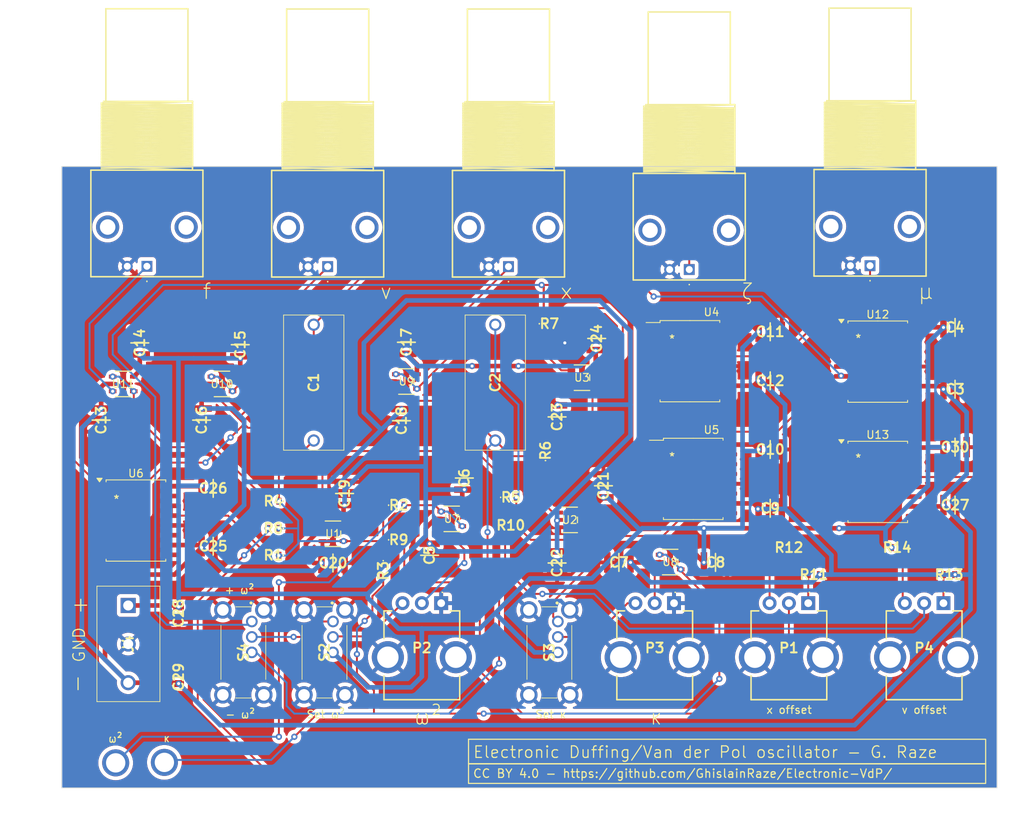
<source format=kicad_pcb>
(kicad_pcb (version 20240108) (generator "pcbnew") (generator_version "8.0")
  (title_block (title "Electronic Duffing/Van der Pol Oscillator") (date "October 2024") (rev "v 1.0") (company "University of Liège") (comment 1 "G. Raze") (comment 2 "https://github.com/GhislainRaze/Electronic-VdP/"))
  (layers (0 "F.Cu" signal) (31 "B.Cu" signal) (34 "B.Paste" user) (35 "F.Paste" user) (36 "B.SilkS" user "B.Silkscreen") (37 "F.SilkS" user "F.Silkscreen") (38 "B.Mask" user) (39 "F.Mask" user) (44 "Edge.Cuts" user))
  (net 0 "")
  (net 1 "GND")
  (net 2 "-15V")
  (net 3 "+15V")
  (net 4 "Net-(J1-SIGNAL)")
  (net 7 "Net-(J2-SIGNAL)")
  (net 10 "Net-(J3-SIGNAL)")
  (net 13 "Net-(U2--IN)")
  (net 14 "Net-(U3--IN)")
  (net 21 "Net-(J5-SIGNAL)")
  (net 30 "Net-(U1--IN)")
  (net 31 "V")
  (net 32 "x")
  (net 33 "-x")
  (net 34 "Net-(P2-WIPER)")
  (net 35 "Net-(P2-CW)")
  (net 36 "Net-(P3-WIPER)")
  (net 37 "Net-(P3-CW)")
  (net 38 "VR1")
  (net 39 "VR2")
  (net 40 "VR3")
  (net 41 "VR4")
  (net 42 "x³")
  (net 47 "Net-(J6-SIGNAL)")
  (net 48 "VR8")
  (net 49 "Net-(U12-X_{1})")
  (net 57 "x²v")
  (net 72 "xo")
  (net 73 "Net-(P1-CW)")
  (net 74 "Net-(P1-CCW)")
  (net 75 "Net-(P4-CW)")
  (net 76 "vo")
  (net 77 "Net-(P4-CCW)")
  (net 78 "Net-(S2-NC)")
  (footprint "CB027C0104JBA:CAPC3325X230N" (layer "F.Cu") (at 99.5 116.5 -90)
    (property "Reference" "C6")
    (property "Value" "CB027C0104JBA" (hide yes))
  )
  (footprint "Package_SO:SOIC-16W_7.5x10.3mm_P1.27mm" (layer "F.Cu") (at 129.12 116.61)
    (property "Reference" "U5")
    (property "Value" "MPY634KU")
  )
  (footprint "Opa210IDBV:SOT23_DBV_TEX" (layer "F.Cu") (at 113.1348 121.92)
    (property "Reference" "U2")
    (property "Value" "POPA210IDBVR")
  )
  (footprint "5442183:5442183" (layer "F.Cu") (at 56 133 -90)
    (property "Reference" "J4")
    (property "Value" "5442183" (hide yes))
  )
  (footprint "ERA-3AEB:ERA3AEB101V" (layer "F.Cu") (at 91 120.015)
    (property "Reference" "R2")
    (property "Value" "ERA-3AEB103V" (hide yes))
  )
  (footprint "ERA-3AEB:ERA3AEB101V" (layer "F.Cu") (at 110.5 96.52)
    (property "Reference" "R7")
    (property "Value" "ERA-3AEB103V" (hide yes))
  )
  (footprint "ERA-3AEB:ERA3AEB101V" (layer "F.Cu") (at 105.5 119)
    (property "Reference" "R5")
    (property "Value" "ERA-3AEB102V" (hide yes))
  )
  (footprint "ERA-3AEB:ERA3AEB101V" (layer "F.Cu") (at 74.775 119.5 180)
    (property "Reference" "R4")
    (property "Value" "ERA-3AEB104V" (hide yes))
  )
  (footprint "MFS101D-8-Z:MFS101D8Z" (layer "F.Cu") (at 72 135.075 -90)
    (property "Reference" "S4")
    (property "Value" "MFS101D-8-Z" (hide yes))
  )
  (footprint "CB027C0104JBA:CAPC3325X230N" (layer "F.Cu") (at 67 117.835 180)
    (property "Reference" "C26")
    (property "Value" "CB027C0104JBA" (hide yes))
  )
  (footprint "031-71052:03171052" (layer "F.Cu") (at 128.605 89.5)
    (property "Reference" "J5")
    (property "Value" "031-71052" (hide yes))
  )
  (footprint "031-71052:03171052" (layer "F.Cu") (at 105.21 89.12)
    (property "Reference" "J3")
    (property "Value" "031-71052" (hide yes))
  )
  (footprint "CB027C0104JBA:CAPC3325X230N" (layer "F.Cu") (at 92 98.92 -90)
    (property "Reference" "C17")
    (property "Value" "CB027C0104JBA" (hide yes))
  )
  (footprint "031-71052:03171052" (layer "F.Cu") (at 58.42 89.08)
    (property "Reference" "J1")
    (property "Value" "031-71052" (hide yes))
  )
  (footprint "LIB_RK09D113F25C0B504:RK09D113F25C0B504" (layer "F.Cu") (at 144 132.7 180)
    (property "Reference" "P1")
    (property "Value" "RK09D113F25C0B504" (hide yes))
  )
  (footprint "Opa210IDBV:SOT23_DBV_TEX" (layer "F.Cu") (at 82.5 123.715)
    (property "Reference" "U1")
    (property "Value" "POPA210IDBVR")
  )
  (footprint "CB027C0104JBA:CAPC3325X230N" (layer "F.Cu") (at 139.08 97.56 180)
    (property "Reference" "C11")
    (property "Value" "CB027C0104JBA" (hide yes))
  )
  (footprint "ERA-3AEB:ERA3AEB101V" (layer "F.Cu") (at 74.775 126.5 180)
    (property "Reference" "R1")
    (property "Value" "ERA-3AEB104V" (hide yes))
  )
  (footprint "MFS101D-8-Z:MFS101D8Z" (layer "F.Cu") (at 111.6 135.075 -90)
    (property "Reference" "S3")
    (property "Value" "MFS101D-8-Z" (hide yes))
  )
  (footprint "031-71052:03171052" (layer "F.Cu") (at 152 89)
    (property "Reference" "J6")
    (property "Value" "031-71052" (hide yes))
  )
  (footprint "ECW-FD2W105J:ECWFD2W105J" (layer "F.Cu") (at 103.505 111.64 90)
    (property "Reference" "C2")
    (property "Value" "ECW-FD2W105J" (hide yes))
  )
  (footprint "Opa210IDBV:SOT23_DBV_TEX" (layer "F.Cu") (at 55.3551 104.315)
    (property "Reference" "U11")
    (property "Value" "POPA210IDBVR")
  )
  (footprint "CB027C0104JBA:CAPC3325X230N" (layer "F.Cu") (at 163 120)
    (property "Reference" "C27")
    (property "Value" "CB027C0104JBA" (hide yes))
  )
  (footprint "Package_SO:SOIC-16W_7.5x10.3mm_P1.27mm" (layer "F.Cu") (at 153 101.425)
    (property "Reference" "U12")
    (property "Value" "MPY634KU")
  )
  (footprint "LIB_RK09D113F25C0B504:RK09D113F25C0B504" (layer "F.Cu") (at 161.5 132.7 180)
    (property "Reference" "P4")
    (property "Value" "RK09D113F25C0B504" (hide yes))
  )
  (footprint "CB027C0104JBA:CAPC3325X230N" (layer "F.Cu") (at 57.5 99 -90)
    (property "Reference" "C14")
    (property "Value" "CB027C0104JBA" (hide yes))
  )
  (footprint "CB027C0104JBA:CAPC3325X230N" (layer "F.Cu") (at 84 118.5 -90)
    (property "Reference" "C19")
    (property "Value" "CB027C0104JBA" (hide yes))
  )
  (footprint "ECW-FD2W105J:ECWFD2W105J" (layer "F.Cu") (at 80.01 96.64 -90)
    (property "Reference" "C1")
    (property "Value" "ECW-FD2W105J" (hide yes))
  )
  (footprint "Opa210IDBV:SOT23_DBV_TEX" (layer "F.Cu") (at 68.1348 104.315)
    (property "Reference" "U10")
    (property "Value" "POPA210IDBVR")
  )
  (footprint "MFS101D-8-Z:MFS101D8Z" (layer "F.Cu") (at 82.5 135.075 -90)
    (property "Reference" "S2")
    (property "Value" "MFS101D-8-Z" (hide yes))
  )
  (footprint "CB027C0104JBA:CAPC3325X230N" (layer "F.Cu") (at 119.5 127.425 180)
    (property "Reference" "C7")
    (property "Value" "CB027C0104JBA" (hide yes))
  )
  (footprint "CB027C0104JBA:CAPC3325X230N" (layer "F.Cu") (at 117.5 117.5 -90)
    (property "Reference" "C21")
    (property "Value" "CB027C0104JBA" (hide yes))
  )
  (footprint "CL21A106KQFNNNG:CAPC2012X135N" (layer "F.Cu") (at 62.525 134 90)
    (property "Reference" "C28")
    (property "Value" "CL21A106KQFNNNG" (hide yes))
  )
  (footprint "CB027C0104JBA:CAPC3325X230N" (layer "F.Cu") (at 116.6253 98.425 -90)
    (property "Reference" "C24")
    (property "Value" "CB027C0104JBA" (hide yes))
  )
  (footprint "ERA-3AEB:ERA3AEB101V" (layer "F.Cu") (at 141.5 125.5)
    (property "Reference" "R12")
    (property "Value" "ERA-3AEB104V" (hide yes))
  )
  (footprint "ERA-3AEB:ERA3AEB101V" (layer "F.Cu") (at 91 124.5)
    (property "Reference" "R9")
    (property "Value" "ERA-3AEB104V" (hide yes))
  )
  (footprint "Opa210IDBV:SOT23_DBV_TEX" (layer "F.Cu") (at 126.1348 127.375)
    (property "Reference" "U8")
    (property "Value" "POPA210IDBVR")
  )
  (footprint "Opa210IDBV:SOT23_DBV_TEX" (layer "F.Cu") (at 97.8653 121.785)
    (property "Reference" "U7")
    (property "Value" "POPA210IDBVR")
  )
  (footprint "CL21A106KQFNNNG:CAPC2012X135N" (layer "F.Cu") (at 62.525 142.295 90)
    (property "Reference" "C29")
    (property "Value" "CL21A106KQFNNNG" (hide yes))
  )
  (footprint "CB027C0104JBA:CAPC3325X230N" (layer "F.Cu") (at 111.5 127.5 -90)
    (property "Reference" "C22")
    (property "Value" "CB027C0104JBA" (hide yes))
  )
  (footprint "CB027C0104JBA:CAPC3325X230N" (layer "F.Cu") (at 163 105)
    (property "Reference" "C3")
    (property "Value" "CB027C0104JBA" (hide yes))
  )
  (footprint "CB027C0104JBA:CAPC3325X230N" (layer "F.Cu") (at 95 126.5 -90)
    (property "Reference" "C5")
    (property "Value" "CB027C0104JBA" (hide yes))
  )
  (footprint "031-71052:03171052" (layer "F.Cu") (at 81.815 89.12)
    (property "Reference" "J2")
    (property "Value" "031-71052" (hide yes))
  )
  (footprint "CB027C0104JBA:CAPC3325X230N" (layer "F.Cu") (at 67 125.335)
    (property "Reference" "C25")
    (property "Value" "CB027C0104JBA" (hide yes))
  )
  (footprint "CB027C0104JBA:CAPC3325X230N" (layer "F.Cu") (at 139.08 103.91)
    (property "Reference" "C12")
    (property "Value" "CB027C0104JBA" (hide yes))
  )
  (footprint "Package_SO:SOIC-16W_7.5x10.3mm_P1.27mm" (layer "F.Cu") (at 153 117)
    (property "Reference" "U13")
    (property "Value" "MPY634KU")
  )
  (footprint "CB027C0104JBA:CAPC3325X230N" (layer "F.Cu") (at 132 127.425 180)
    (property "Reference" "C8")
    (property "Value" "CB027C0104JBA" (hide yes))
  )
  (footprint "Package_SO:SOIC-16W_7.5x10.3mm_P1.27mm" (layer "F.Cu") (at 57 122)
    (property "Reference" "U6")
    (property "Value" "MPY634KU")
  )
  (footprint "ERA-3AEB:ERA3AEB101V" (layer "F.Cu") (at 110 112.94 90)
    (property "Reference" "R6")
    (property "Value" "ERA-3AEB103V" (hide yes))
  )
  (footprint "CB027C0104JBA:CAPC3325X230N" (layer "F.Cu") (at 52.5 109 -90)
    (property "Reference" "C13")
    (property "Value" "CB027C0104JBA" (hide yes))
  )
  (footprint "ERA-3AEB:ERA3AEB101V" (layer "F.Cu") (at 155.5 125.5 180)
    (property "Reference" "R14")
    (property "Value" "ERA-3AEB104V" (hide yes))
  )
  (footprint "ERA-3AEB:ERA3AEB101V" (layer "F.Cu") (at 144.725 129)
    (property "Reference" "R11")
    (property "Value" "ERA-3AEB104V" (hide yes))
  )
  (footprint "CB027C0104JBA:CAPC3325X230N" (layer "F.Cu") (at 82.5 127.5)
    (property "Reference" "C20")
    (property "Value" "CB027C0104JBA" (hide yes))
  )
  (footprint "CB027C0104JBA:CAPC3325X230N" (layer "F.Cu") (at 139.08 112.8 180)
    (property "Reference" "C10")
    (property "Value" "CB027C0104JBA" (hide yes))
  )
  (footprint "CB027C0104JBA:CAPC3325X230N" (layer "F.Cu") (at 139.08 120.42)
    (property "Reference" "C9")
    (property "Value" "CB027C0104JBA" (hide yes))
  )
  (footprint "ERA-3AEB:ERA3AEB101V" (layer "F.Cu") (at 162.225 129)
    (property "Reference" "R13")
    (property "Value" "ERA-3AEB104V" (hide yes))
  )
  (footprint "ERA-3AEB:ERA3AEB101V" (layer "F.Cu") (at 89 128.5 -90)
    (property "Reference" "R3")
    (property "Value" "ERA-3AEB102V" (hide yes))
  )
  (footprint "CB027C0104JBA:CAPC3325X230N" (layer "F.Cu") (at 163 97 180)
    (property "Reference" "C4")
    (property "Value" "CB027C0104JBA" (hide yes))
  )
  (footprint "CB027C0104JBA:CAPC3325X230N" (layer "F.Cu") (at 91.365 109.08 -90)
    (property "Reference" "C18")
    (property "Value" "CB027C0104JBA" (hide yes))
  )
  (footprint "CB027C0104JBA:CAPC3325X230N" (layer "F.Cu") (at 70.5 99.235 -90)
    (property "Reference" "C15")
    (property "Value" "CB027C0104JBA" (hide yes))
  )
  (footprint "ERA-3AEB:ERA3AEB101V" (layer "F.Cu") (at 74.775 123.016666 180)
    (property "Reference" "R8")
    (property "Value" "ERA-3AEB102V" (hide yes))
  )
  (footprint "ERA-3AEB:ERA3AEB101V" (layer "F.Cu") (at 105.5 122.62)
    (property "Reference" "R10")
    (property "Value" "ERA-3AEB104V" (hide yes))
  )
  (footprint "LIB_RK09D113F25C0B504:RK09D113F25C0B504" (layer "F.Cu") (at 96.5 132.7 180)
    (property "Reference" "P2")
    (property "Value" "RK09D113F25C0B504" (hide yes))
  )
  (footprint "CB027C0104JBA:CAPC3325X230N" (layer "F.Cu") (at 163 112.5 180)
    (property "Reference" "C30")
    (property "Value" "CB027C0104JBA" (hide yes))
  )
  (footprint "Opa210IDBV:SOT23_DBV_TEX" (layer "F.Cu") (at 92 104)
    (property "Reference" "U9")
    (property "Value" "POPA210IDBVR")
  )
  (footprint "LIB_RK09D113F25C0B504:RK09D113F25C0B504" (layer "F.Cu") (at 126.635 132.7 180)
    (property "Reference" "P3")
    (property "Value" "RK09D113F25C0B504" (hide yes))
  )
  (footprint "CB027C0104JBA:CAPC3325X230N" (layer "F.Cu") (at 65.5 109 -90)
    (property "Reference" "C16")
    (property "Value" "CB027C0104JBA" (hide yes))
  )
  (footprint "Package_SO:SOIC-16W_7.5x10.3mm_P1.27mm" (layer "F.Cu") (at 128.69 101.37)
    (property "Reference" "U4")
    (property "Value" "MPY634KU")
  )
  (footprint "Opa210IDBV:SOT23_DBV_TEX" (layer "F.Cu") (at 114.7203 103.505)
    (property "Reference" "U3")
    (property "Value" "POPA210IDBVR")
  )
  (footprint "CB027C0104JBA:CAPC3325X230N" (layer "F.Cu") (at 111.5 108.585 -90)
    (property "Reference" "C23")
    (property "Value" "CB027C0104JBA" (hide yes))
  )
  (gr_rect (start 100.04 150.325) (end 166.96 153.5) (stroke (width 0.15)) (fill none) (layer "F.SilkS"))
  (gr_rect (start 100.04 153.5) (end 166.96 156.04) (stroke (width 0.15)) (fill none) (layer "F.SilkS"))
  (gr_rect (start 47.41 76.16) (end 168.43 156.615) (stroke (width 0.1)) (fill none) (layer "Edge.Cuts"))
  (gr_text "ω²" (at 53.350238 150.8375 0) (layer "F.SilkS") (effects (font (size 1 1)) (justify left bottom)))
  (gr_text "µ" (at 158.113572 93.5 0) (layer "F.SilkS") (effects (font (size 2 2)) (justify left bottom)))
  (gr_text "CC BY 4.0 - https://github.com/GhislainRaze/Electronic-VdP/" (at 100.548 155.405 0) (layer "F.SilkS") (effects (font (size 1.1 1.1)) (justify left bottom)))
  (gr_text "κ" (at 60.470238 150.7775 0) (layer "F.SilkS") (effects (font (size 1 1)) (justify left bottom)))
  (gr_text "*" (at 150 114.5 0) (layer "F.SilkS") (effects (font (size 1 1)) (justify left bottom)))
  (gr_text "x offset" (at 138.5 147.1 0) (layer "F.SilkS") (effects (font (size 1 1)) (justify left bottom)))
  (gr_text "- ω²" (at 68.5 147.7 0) (layer "F.SilkS") (effects (font (size 1 1)) (justify left bottom)))
  (gr_text "Electronic Duffing/Van der Pol oscillator - G. Raze" (at 100.548 152.865 0) (layer "F.SilkS") (effects (font (size 1.5 1.5)) (justify left bottom)))
  (gr_text "*" (at 150 99 0) (layer "F.SilkS") (effects (font (size 1 1)) (justify left bottom)))
  (gr_text "GND" (at 50.525 140.475 90) (layer "F.SilkS") (effects (font (size 1.5 1.5)) (justify left bottom)))
  (gr_text "ω²" (at 92.9 148.6 0) (layer "F.SilkS") (effects (font (size 2 2)) (justify left bottom)))
  (gr_text "Set ω²" (at 79 147.7 0) (layer "F.SilkS") (effects (font (size 1 1)) (justify left bottom)))
  (gr_text "+" (at 48.525 133.975 0) (layer "F.SilkS") (effects (font (size 2 2)) (justify left bottom)))
  (gr_text "ζ" (at 135.099524 93.5 0) (layer "F.SilkS") (effects (font (size 2 2)) (justify left bottom)))
  (gr_text "f" (at 65.527143 93.5 0) (layer "F.SilkS") (effects (font (size 2 2)) (justify left bottom)))
  (gr_text "+ ω²" (at 68.4 131.6 0) (layer "F.SilkS") (effects (font (size 1 1)) (justify left bottom)))
  (gr_text "κ" (at 123.4 148.6 0) (layer "F.SilkS") (effects (font (size 2 2)) (justify left bottom)))
  (gr_text "*" (at 125.896 99.084 0) (layer "F.SilkS") (effects (font (size 1 1)) (justify left bottom)))
  (gr_text "v offset" (at 156 147.1 0) (layer "F.SilkS") (effects (font (size 1 1)) (justify left bottom)))
  (gr_text "-" (at 50.525 144.475 90) (layer "F.SilkS") (effects (font (size 2 2)) (justify left bottom)))
  (gr_text "Set κ" (at 108.6 147.7 0) (layer "F.SilkS") (effects (font (size 1 1)) (justify left bottom)))
  (gr_text "v" (at 88.5 93.5 0) (layer "F.SilkS") (effects (font (size 2 2)) (justify left bottom)))
  (gr_text "x" (at 111.799762 93.5 0) (layer "F.SilkS") (effects (font (size 2 2)) (justify left bottom)))
  (gr_text "*" (at 125.896 114.324 0) (layer "F.SilkS") (effects (font (size 1 1)) (justify left bottom)))
  (gr_text "*" (at 54 119.835 0) (layer "F.SilkS") (effects (font (size 1 1)) (justify left bottom)))
  (via (at 112.5 99) (size 0.8) (drill 0.4) (layers "F.Cu" "B.Cu") (net 1))
  (segment (start 52.9009 104.315) (end 52.5 104.7159) (width 0.6) (layer "F.Cu") (net 2))
  (segment (start 79 126.5) (end 80 127.5) (width 0.6) (layer "F.Cu") (net 2))
  (segment (start 53 140) (end 56 143) (width 0.6) (layer "F.Cu") (net 2))
  (segment (start 62.525 143.115) (end 62.765 143.115) (width 0.6) (layer "F.Cu") (net 2))
  (segment (start 53 131.5) (end 53 140) (width 0.6) (layer "F.Cu") (net 2))
  (segment (start 121 127.425) (end 124.71955 127.425) (width 0.6) (layer "F.Cu") (net 2))
  (segment (start 161.1 104.6) (end 161.5 105) (width 0.6) (layer "F.Cu") (net 2))
  (segment (start 136.945 104.545) (end 137.58 103.91) (width 0.6) (layer "F.Cu") (net 2))
  (segment (start 56 143) (end 62.41 143) (width 0.6) (layer "F.Cu") (net 2))
  (segment (start 65.6806 104.315) (end 66.76955 104.315) (width 0.6) (layer "F.Cu") (net 2))
  (segment (start 95 125) (end 94.5 124.5) (width 0.6) (layer "F.Cu") (net 2))
  (segment (start 133.77 119.785) (end 136.945 119.785) (width 0.6) (layer "F.Cu") (net 2))
  (segment (start 94.5 123) (end 95.715 121.785) (width 0.6) (layer "F.Cu") (net 2))
  (segment (start 136.945 119.785) (end 137.58 120.42) (width 0.6) (layer "F.Cu") (net 2))
  (segment (start 112.2661 103.505) (end 111 104.7711) (width 0.6) (layer "F.Cu") (net 2))
  (segment (start 61.65 125.175) (end 65.34 125.175) (width 0.6) (layer "F.Cu") (net 2))
  (segment (start 88.5 104.5) (end 88.5 106.5) (width 0.6) (layer "F.Cu") (net 2))
  (segment (start 81.13475 123.715) (end 80.285 123.715) (width 0.6) (layer "F.Cu") (net 2))
  (segment (start 161.325 120.175) (end 161.5 120) (width 0.6) (layer "F.Cu") (net 2))
  (segment (start 79 125) (end 79 126.5) (width 0.6) (layer "F.Cu") (net 2))
  (segment (start 95.715 121.785) (end 96.50005 121.785) (width 0.6) (layer "F.Cu") (net 2))
  (segment (start 65.5 104.4956) (end 65.6806 104.315) (width 0.6) (layer "F.Cu") (net 2))
  (segment (start 89.58 107.58) (end 91.365 107.58) (width 0.6) (layer "F.Cu") (net 2))
  (segment (start 62 129) (end 55.5 129) (width 0.6) (layer "F.Cu") (net 2))
  (segment (start 65.5 125.5) (end 62 129) (width 0.6) (layer "F.Cu") (net 2))
  (segment (start 110.5 126) (end 111.5 126) (width 0.6) (layer "F.Cu") (net 2))
  (segment (start 80 127.5) (end 81 127.5) (width 0.6) (layer "F.Cu") (net 2))
  (segment (start 89 104) (end 88.5 104.5) (width 0.6) (layer "F.Cu") (net 2))
  (segment (start 157.65 120.175) (end 161.325 120.175) (width 0.6) (layer "F.Cu") (net 2))
  (segment (start 111 104.7711) (end 111 106.585) (width 0.6) (layer "F.Cu") (net 2))
  (segment (start 65.34 125.175) (end 65.5 125.335) (width 0.6) (layer "F.Cu") (net 2))
  (segment (start 80.285 123.715) (end 79 125) (width 0.6) (layer "F.Cu") (net 2))
  (segment (start 62.41 143) (end 62.525 143.115) (width 0.6) (layer "F.Cu") (net 2))
  (segment (start 52.5 104.7159) (end 52.5 107.5) (width 0.6) (layer "F.Cu") (net 2))
  (segment (start 94.5 124.5) (end 94.5 123) (width 0.6) (layer "F.Cu") (net 2))
  (segment (start 90.63475 104) (end 89 104) (width 0.6) (layer "F.Cu") (net 2))
  (segment (start 124.71955 127.425) (end 124.76955 127.375) (width 0.6) (layer "F.Cu") (net 2))
  (segment (start 88.5 106.5) (end 89.58 107.58) (width 0.6) (layer "F.Cu") (net 2))
  (segment (start 55.5 129) (end 53 131.5) (width 0.6) (layer "F.Cu") (net 2))
  (segment (start 157.65 104.6) (end 161.1 104.6) (width 0.6) (layer "F.Cu") (net 2))
  (segment (start 113.35505 103.505) (end 112.2661 103.505) (width 0.6) (layer "F.Cu") (net 2))
  (segment (start 133.34 104.545) (end 136.945 104.545) (width 0.6) (layer "F.Cu") (net 2))
  (segment (start 65.5 107.5) (end 65.5 104.4956) (width 0.6) (layer "F.Cu") (net 2))
  (segment (start 65.5 125.5) (end 65.5 125.335) (width 0.6) (layer "F.Cu") (net 2))
  (segment (start 53.98985 104.315) (end 52.9009 104.315) (width 0.6) (layer "F.Cu") (net 2))
  (segment (start 62.765 143.115) (end 62.88 143) (width 0.6) (layer "F.Cu") (net 2))
  (segment (start 111 106.585) (end 111.5 107.085) (width 0.6) (layer "F.Cu") (net 2))
  (via (at 137.5 120.5) (size 0.8) (drill 0.4) (layers "F.Cu" "B.Cu") (net 2))
  (via (at 81 127.5) (size 0.8) (drill 0.4) (layers "F.Cu" "B.Cu") (net 2))
  (via (at 163 129) (size 0.8) (drill 0.4) (layers "F.Cu" "B.Cu") (net 2))
  (via (at 121 127.425) (size 0.8) (drill 0.4) (layers "F.Cu" "B.Cu") (net 2))
  (via (at 111.5 126) (size 0.8) (drill 0.4) (layers "F.Cu" "B.Cu") (net 2))
  (via (at 111.5497 107) (size 0.8) (drill 0.4) (layers "F.Cu" "B.Cu") (net 2))
  (via (at 137.58 103.91) (size 0.8) (drill 0.4) (layers "F.Cu" "B.Cu") (net 2))
  (via (at 65.5 125.5) (size 0.8) (drill 0.4) (layers "F.Cu" "B.Cu") (net 2))
  (via (at 161.5 120) (size 0.8) (drill 0.4) (layers "F.Cu" "B.Cu") (net 2))
  (via (at 91.365 107.58) (size 0.8) (drill 0.4) (layers "F.Cu" "B.Cu") (net 2))
  (via (at 52.5 107.5) (size 0.8) (drill 0.4) (layers "F.Cu" "B.Cu") (net 2))
  (via (at 95 125) (size 0.8) (drill 0.4) (layers "F.Cu" "B.Cu") (net 2))
  (via (at 161.5 105) (size 0.8) (drill 0.4) (layers "F.Cu" "B.Cu") (net 2))
  (via (at 65.5 107.5) (size 0.8) (drill 0.4) (layers "F.Cu" "B.Cu") (net 2))
  (via (at 111.5 122) (size 0.8) (drill 0.4) (layers "F.Cu" "B.Cu") (net 2))
  (via (at 145.5 129) (size 0.8) (drill 0.4) (layers "F.Cu" "B.Cu") (net 2))
  (via (at 62.525 143.115) (size 0.8) (drill 0.4) (layers "F.Cu" "B.Cu") (net 2))
  (segment (start 161.5 119) (end 164.5 116) (width 0.6) (layer "B.Cu") (net 2))
  (segment (start 68.5 128.5) (end 80 128.5) (width 0.6) (layer "B.Cu") (net 2))
  (segment (start 111.5 120.5) (end 111.5 122) (width 0.6) (layer "B.Cu") (net 2))
  (segment (start 121 97.5) (end 121 107) (width 0.6) (layer "B.Cu") (net 2))
  (segment (start 92 93.5) (end 117 93.5) (width 0.6) (layer "B.Cu") (net 2))
  (segment (start 73.91 148.5) (end 150 148.5) (width 0.6) (layer "B.Cu") (net 2))
  (segment (start 65.5 125.5) (end 68.5 128.5) (width 0.6) (layer "B.Cu") (net 2))
  (segment (start 65.5 125.5) (end 70 121) (width 0.6) (layer "B.Cu") (net 2))
  (segment (start 165 133.5) (end 165 129) (width 0.6) (layer "B.Cu") (net 2))
  (segment (start 50 137) (end 50 110) (width 0.6) (layer "B.Cu") (net 2))
  (segment (start 111.5 122) (end 111.5 126) (width 0.6) (layer "B.Cu") (net 2))
  (segment (start 88.75 110.25) (end 86.5 108) (width 0.6) (layer "B.Cu") (net 2))
  (segment (start 147 129) (end 147 126.5) (width 0.6) (layer "B.Cu") (net 2))
  (segment (start 164.5 108) (end 161.5 105) (width 0.6) (layer "B.Cu") (net 2))
  (segment (start 82 117) (end 88.75 110.25) (width 0.6) (layer "B.Cu") (net 2))
  (segment (start 137.91 103.91) (end 141 107) (width 0.6) (layer "B.Cu") (net 2))
  (segment (start 71 117) (end 82 117) (width 0.6) (layer "B.Cu") (net 2))
  (segment (start 71 115) (end 71 117) (width 0.6) (layer "B.Cu") (net 2))
  (segment (start 165 123.5) (end 161.5 120) (width 0.6) (layer "B.Cu") (net 2))
  (segment (start 117 93.5) (end 121 97.5) (width 0.6) (layer "B.Cu") (net 2))
  (segment (start 121 107) (end 121 111) (width 0.6) (layer "B.Cu") (net 2))
  (segment (start 70 121) (end 71 120) (width 0.6) (layer "B.Cu") (net 2))
  (segment (start 137.58 103.91) (end 137.58 103.58) (width 0.6) (layer "B.Cu") (net 2))
  (segment (start 86.5 99) (end 92 93.5) (width 0.6) (layer "B.Cu") (net 2))
  (segment (start 164.5 116) (end 164.5 108) (width 0.6) (layer "B.Cu") (net 2))
  (segment (start 161.5 120) (end 161.5 119) (width 0.6) (layer "B.Cu") (net 2))
  (segment (start 137.58 103.91) (end 137.91 103.91) (width 0.6) (layer "B.Cu") (net 2))
  (segment (start 95 125) (end 96 126) (width 0.6) (layer "B.Cu") (net 2))
  (segment (start 80 128.5) (end 81 127.5) (width 0.6) (layer "B.Cu") (net 2))
  (segment (start 88.75 110.25) (end 91.365 107.635) (width 0.6) (layer "B.Cu") (net 2))
  (segment (start 147 126.5) (end 141 120.5) (width 0.6) (layer "B.Cu") (net 2))
  (segment (start 141 107) (end 141 120.5) (width 0.6) (layer "B.Cu") (net 2))
  (segment (start 71 109) (end 69.5 107.5) (width 0.6) (layer "B.Cu") (net 2))
  (segment (start 69.5 107.5) (end 65.5 107.5) (width 0.6) (layer "B.Cu") (net 2))
  (segment (start 56 143) (end 50 137) (width 0.6) (layer "B.Cu") (net 2))
  (segment (start 150 148.5) (end 165 133.5) (width 0.6) (layer "B.Cu") (net 2))
  (segment (start 121 111) (end 111.5 120.5) (width 0.6) (layer "B.Cu") (net 2))
  (segment (start 96 126) (end 106 126) (width 0.6) (layer "B.Cu") (net 2))
  (segment (start 62.525 143.115) (end 67.91 148.5) (width 0.6) (layer "B.Cu") (net 2))
  (segment (start 165 129) (end 145.5 129) (width 0.6) (layer "B.Cu") (net 2))
  (segment (start 123.575 130) (end 144.5 130) (width 0.6) (layer "B.Cu") (net 2))
  (segment (start 71 120) (end 71 115) (width 0.6) (layer "B.Cu") (net 2))
  (segment (start 91.365 107.635) (end 91.365 107.58) (width 0.6) (layer "B.Cu") (net 2))
  (segment (start 137.58 103.58) (end 137.5 103.5) (width 0.6) (layer "B.Cu") (net 2))
  (segment (start 121 107) (end 111.5497 107) (width 0.6) (layer "B.Cu") (net 2))
  (segment (start 141 120.5) (end 137.5 120.5) (width 0.6) (layer "B.Cu") (net 2))
  (segment (start 50 110) (end 52.5 107.5) (width 0.6) (layer "B.Cu") (net 2))
  (segment (start 71 115) (end 71 109) (width 0.6) (layer "B.Cu") (net 2))
  (segment (start 86.5 108) (end 86.5 99) (width 0.6) (layer "B.Cu") (net 2))
  (segment (start 144.5 130) (end 145.5 129) (width 0.6) (layer "B.Cu") (net 2))
  (segment (start 165 129) (end 165 123.5) (width 0.6) (layer "B.Cu") (net 2))
  (segment (start 121 127.425) (end 123.575 130) (width 0.6) (layer "B.Cu") (net 2))
  (segment (start 106 126) (end 111.5 120.5) (width 0.6) (layer "B.Cu") (net 2))
  (segment (start 67.91 148.5) (end 73.91 148.5) (width 0.6) (layer "B.Cu") (net 2))
  (segment (start 129.499999 126.424999) (end 127.50005 126.424999) (width 0.6) (layer "F.Cu") (net 3))
  (segment (start 83.86525 122.764999) (end 83.86525 120.13475) (width 0.6) (layer "F.Cu") (net 3))
  (segment (start 161.445 112.555) (end 161.5 112.5) (width 0.6) (layer "F.Cu") (net 3))
  (segment (start 133.77 112.165) (end 136.945 112.165) (width 0.6) (layer "F.Cu") (net 3))
  (segment (start 157.65 112.555) (end 161.445 112.555) (width 0.6) (layer "F.Cu") (net 3))
  (segment (start 83.86525 120.13475) (end 84 120) (width 0.6) (layer "F.Cu") (net 3))
  (segment (start 99.23055 120.834999) (end 99.23055 118.26945) (width 0.6) (layer "F.Cu") (net 3))
  (segment (start 56 133) (end 62.345 133) (width 0.6) (layer "F.Cu") (net 3))
  (segment (start 142.5 123) (end 148 123) (width 0.6) (layer "F.Cu") (net 3))
  (segment (start 130.5 123) (end 142.5 123) (width 0.6) (layer "F.Cu") (net 3))
  (segment (start 65.445 117.555) (end 65.5 117.5) (width 0.6) (layer "F.Cu") (net 3))
  (segment (start 114.50005 120.969999) (end 115.530001 120.969999) (width 0.6) (layer "F.Cu") (net 3))
  (segment (start 161.48 96.98) (end 161.5 97) (width 0.6) (layer "F.Cu") (net 3))
  (segment (start 116.5 102.140549) (end 116.08555 102.554999) (width 0.6) (layer "F.Cu") (net 3))
  (segment (start 57.5 100.5) (end 57.5 102.585349) (width 0.6) (layer "F.Cu") (net 3))
  (segment (start 136.945 96.925) (end 137.58 97.56) (width 0.6) (layer "F.Cu") (net 3))
  (segment (start 136.945 112.165) (end 137.58 112.8) (width 0.6) (layer "F.Cu") (net 3))
  (segment (start 93.36525 103.049999) (end 93.36525 101.78525) (width 0.6) (layer "F.Cu") (net 3))
  (segment (start 130.5 127.425) (end 129.499999 126.424999) (width 0.6) (layer "F.Cu") (net 3))
  (segment (start 93.36525 101.78525) (end 92 100.42) (width 0.6) (layer "F.Cu") (net 3))
  (segment (start 106.5 102) (end 100.5 102) (width 0.6) (layer "F.Cu") (net 3))
  (segment (start 115.530001 120.969999) (end 117.5 119) (width 0.6) (layer "F.Cu") (net 3))
  (segment (start 142.225 123.275) (end 142.5 123) (width 0.6) (layer "F.Cu") (net 3))
  (segment (start 70.5 102.365049) (end 69.50005 103.364999) (width 0.6) (layer "F.Cu") (net 3))
  (segment (start 157.65 96.98) (end 161.48 96.98) (width 0.6) (layer "F.Cu") (net 3))
  (segment (start 61.65 117.555) (end 65.445 117.555) (width 0.6) (layer "F.Cu") (net 3))
  (segment (start 116.5 100) (end 116.5 102.140549) (width 0.6) (layer "F.Cu") (net 3))
  (segment (start 99.23055 118.26945) (end 99.5 118) (width 0.6) (layer "F.Cu") (net 3))
  (segment (start 62.345 133) (end 62.525 133.18) (width 0.6) (layer "F.Cu") (net 3))
  (segment (start 70.5 101) (end 70.5 102.365049) (width 0.6) (layer "F.Cu") (net 3))
  (segment (start 133.34 96.925) (end 136.945 96.925) (width 0.6) (layer "F.Cu") (net 3))
  (segment (start 142.225 125.5) (end 142.225 123.275) (width 0.6) (layer "F.Cu") (net 3))
  (segment (start 57.5 102.585349) (end 56.72035 103.364999) (width 0.6) (layer "F.Cu") (net 3))
  (via (at 100.5 102) (size 0.8) (drill 0.4) (layers "F.Cu" "B.Cu") (net 3))
  (via (at 148 123) (size 0.8) (drill 0.4) (layers "F.Cu" "B.Cu") (net 3))
  (via (at 62.525 133.18) (size 0.8) (drill 0.4) (layers "F.Cu" "B.Cu") (net 3))
  (via (at 117.5 119) (size 0.8) (drill 0.4) (layers "F.Cu" "B.Cu") (net 3))
  (via (at 92 100.5) (size 0.8) (drill 0.4) (layers "F.Cu" "B.Cu") (net 3))
  (via (at 99.5 118) (size 0.8) (drill 0.4) (layers "F.Cu" "B.Cu") (net 3))
  (via (at 65.5 117.5) (size 0.8) (drill 0.4) (layers "F.Cu" "B.Cu") (net 3))
  (via (at 137.58 97.56) (size 0.8) (drill 0.4) (layers "F.Cu" "B.Cu") (net 3))
  (via (at 161.5 97) (size 0.8) (drill 0.4) (layers "F.Cu" "B.Cu") (net 3))
  (via (at 57.5 100.5) (size 0.8) (drill 0.4) (layers "F.Cu" "B.Cu") (net 3))
  (via (at 84 120) (size 0.8) (drill 0.4) (layers "F.Cu" "B.Cu") (net 3))
  (via (at 70.5 101) (size 0.8) (drill 0.4) (layers "F.Cu" "B.Cu") (net 3))
  (via (at 161.5 112.5) (size 0.8) (drill 0.4) (layers "F.Cu" "B.Cu") (net 3))
  (via (at 106.5 102) (size 0.8) (drill 0.4) (layers "F.Cu" "B.Cu") (net 3))
  (via (at 130.5 127.425) (size 0.8) (drill 0.4) (layers "F.Cu" "B.Cu") (net 3))
  (via (at 116.5 100) (size 0.8) (drill 0.4) (layers "F.Cu" "B.Cu") (net 3))
  (via (at 130.5 123) (size 0.8) (drill 0.4) (layers "F.Cu" "B.Cu") (net 3))
  (via (at 154.775 125.5) (size 0.8) (drill 0.4) (layers "F.Cu" "B.Cu") (net 3))
  (via (at 137.58 112.8) (size 0.8) (drill 0.4) (layers "F.Cu" "B.Cu") (net 3))
  (segment (start 62.525 120.025) (end 62.5 120) (width 0.6) (layer "B.Cu") (net 3))
  (segment (start 148 123) (end 154 123) (width 0.6) (layer "B.Cu") (net 3))
  (segment (start 94 136) (end 94 142.2) (width 0.6) (layer "B.Cu") (net 3))
  (segment (start 154 123) (end 159.5 117.5) (width 0.6) (layer "B.Cu") (net 3))
  (segment (start 87 115) (end 94.5 115) (width 0.6) (layer "B.Cu") (net 3))
  (segment (start 154 124.725) (end 154 123) (width 0.6) (layer "B.Cu") (net 3))
  (segment (start 94 142.2) (end 92.6 143.6) (width 0.6) (layer "B.Cu") (net 3))
  (segment (start 62.5 117.5) (end 65.5 117.5) (width 0.6) (layer "B.Cu") (net 3))
  (segment (start 92 100.5) (end 93.5 102) (width 0.6) (layer "B.Cu") (net 3))
  (segment (start 62.525 133.18) (end 62.525 120.025) (width 0.6) (layer "B.Cu") (net 3))
  (segment (start 108 129.5) (end 112.5 129.5) (width 0.6) (layer "B.Cu") (net 3))
  (segment (start 91 136) (end 87 132) (width 0.6) (layer "B.Cu") (net 3))
  (segment (start 84 120) (end 84 118) (width 0.6) (layer "B.Cu") (net 3))
  (segment (start 137.58 97.56) (end 135.5 99.64) (width 0.6) (layer "B.Cu") (net 3))
  (segment (start 159.5 112.5) (end 159.5 99) (width 0.6) (layer "B.Cu") (net 3))
  (segment (start 93.5 102) (end 100.5 102) (width 0.6) (layer "B.Cu") (net 3))
  (segment (start 122.25 123.25) (end 122.5 123) (width 0.6) (layer "B.Cu") (net 3))
  (segment (start 159.5 112.5) (end 161.5 112.5) (width 0.6) (layer "B.Cu") (net 3))
  (segment (start 57.5 100.5) (end 58 100.5) (width 0.6) (layer "B.Cu") (net 3))
  (segment (start 94.5 102) (end 94.5 115) (width 0.6) (layer "B.Cu") (net 3))
  (segment (start 159.5 117.5) (end 159.5 112.5) (width 0.6) (layer "B.Cu") (net 3))
  (segment (start 137.38 113) (end 137.58 112.8) (width 0.6) (layer "B.Cu") (net 3))
  (segment (start 154.775 125.5) (end 154 124.725) (width 0.6) (layer "B.Cu") (net 3))
  (segment (start 122.25 123.25) (end 118 119) (width 0.6) (layer "B.Cu") (net 3))
  (segment (start 108 129.5) (end 101.5 136) (width 0.6) (layer "B.Cu") (net 3))
  (segment (start 92.6 143.6) (end 87.025 143.6) (width 0.6) (layer "B.Cu") (net 3))
  (segment (start 106.5 102) (end 114.5 102) (width 0.6) (layer "B.Cu") (net 3))
  (segment (start 108.575 139.075) (end 111.6 139.075) (width 0.6) (layer "B.Cu") (net 3))
  (segment (start 130.5 123) (end 130.5 127.425) (width 0.6) (layer "B.Cu") (net 3))
  (segment (start 118 119) (end 117.5 119) (width 0.6) (layer "B.Cu") (net 3))
  (segment (start 93.5 102) (end 94.5 102) (width 0.6) (layer "B.Cu") (net 3))
  (segment (start 103.5 134) (end 108.575 139.075) (width 0.6) (layer "B.Cu") (net 3))
  (segment (start 87 132) (end 87 131.5) (width 0.6) (layer "B.Cu") (net 3))
  (segment (start 62.5 117.5) (end 62.5 101) (width 0.6) (layer "B.Cu") (net 3))
  (segment (start 84 118) (end 87 115) (width 0.6) (layer "B.Cu") (net 3))
  (segment (start 135.5 123) (end 130.5 123) (width 0.6) (layer "B.Cu") (net 3))
  (segment (start 62.525 131.5) (end 87 131.5) (width 0.6) (layer "B.Cu") (net 3))
  (segment (start 94.5 124) (end 94.5 117.5) (width 0.6) (layer "B.Cu") (net 3))
  (segment (start 94 136) (end 91 136) (width 0.6) (layer "B.Cu") (net 3))
  (segment (start 64.5 101) (end 70.5 101) (width 0.6) (layer "B.Cu") (net 3))
  (segment (start 135.5 112.5) (end 135.5 123) (width 0.6) (layer "B.Cu") (net 3))
  (segment (start 116 129.5) (end 122.25 123.25) (width 0.6) (layer "B.Cu") (net 3))
  (segment (start 135.5 113) (end 137.38 113) (width 0.6) (layer "B.Cu") (net 3))
  (segment (start 94.5 118) (end 99.5 118) (width 0.6) (layer "B.Cu") (net 3))
  (segment (start 87 131.5) (end 94.5 124) (width 0.6) (layer "B.Cu") (net 3))
  (segment (start 101.5 136) (end 94 136) (width 0.6) (layer "B.Cu") (net 3))
  (segment (start 114.5 102) (end 116.5 100) (width 0.6) (layer "B.Cu") (net 3))
  (segment (start 58 101) (end 57.5 100.5) (width 0.6) (layer "B.Cu") (net 3))
  (segment (start 135.5 99.64) (end 135.5 112.5) (width 0.6) (layer "B.Cu") (net 3))
  (segment (start 87.025 143.6) (end 82.5 139.075) (width 0.6) (layer "B.Cu") (net 3))
  (segment (start 64.5 101) (end 58 101) (width 0.6) (layer "B.Cu") (net 3))
  (segment (start 94.5 115) (end 94.5 118) (width 0.6) (layer "B.Cu") (net 3))
  (segment (start 108 129.5) (end 116 129.5) (width 0.6) (layer "B.Cu") (net 3))
  (segment (start 122.5 123) (end 135.5 123) (width 0.6) (layer "B.Cu") (net 3))
  (segment (start 62.5 120) (end 62.5 117.5) (width 0.6) (layer "B.Cu") (net 3))
  (segment (start 159.5 99) (end 161.5 97) (width 0.6) (layer "B.Cu") (net 3))
  (via (at 53.98985 105.265001) (size 0.8) (drill 0.4) (layers "F.Cu" "B.Cu") (net 4))
  (segment (start 51 102.275151) (end 53.98985 105.265001) (width 0.25) (layer "B.Cu") (net 4))
  (segment (start 58.42 89.08) (end 51 96.5) (width 0.25) (layer "B.Cu") (net 4))
  (segment (start 51 96.5) (end 51 102.275151) (width 0.25) (layer "B.Cu") (net 4))
  (segment (start 69.50005 105.265001) (end 74 100.765051) (width 0.25) (layer "F.Cu") (net 7))
  (segment (start 81.815 89.185) (end 81.815 89.12) (width 0.25) (layer "F.Cu") (net 7))
  (segment (start 74 100.765051) (end 74 97) (width 0.25) (layer "F.Cu") (net 7))
  (segment (start 74 97) (end 81.815 89.185) (width 0.25) (layer "F.Cu") (net 7))
  (via (at 69.50005 105.265001) (size 0.8) (drill 0.4) (layers "F.Cu" "B.Cu") (net 7))
  (via (at 66.76955 103.364999) (size 0.8) (drill 0.4) (layers "F.Cu" "B.Cu") (net 7))
  (segment (start 66.76955 103.364999) (end 67.600048 103.364999) (width 0.25) (layer "B.Cu") (net 7))
  (segment (start 67.600048 103.364999) (end 69.50005 105.265001) (width 0.25) (layer "B.Cu") (net 7))
  (segment (start 105.21 89.29) (end 105.21 89.12) (width 0.25) (layer "F.Cu") (net 10))
  (segment (start 98 96.5) (end 105.21 89.29) (width 0.25) (layer "F.Cu") (net 10))
  (segment (start 93.36525 104.950001) (end 98 100.315251) (width 0.25) (layer "F.Cu") (net 10))
  (segment (start 98 100.315251) (end 98 96.5) (width 0.25) (layer "F.Cu") (net 10))
  (via (at 93.36525 104.950001) (size 0.8) (drill 0.4) (layers "F.Cu" "B.Cu") (net 10))
  (via (at 90.63475 103.049999) (size 0.8) (drill 0.4) (layers "F.Cu" "B.Cu") (net 10))
  (segment (start 90.63475 103.049999) (end 91.465248 103.049999) (width 0.25) (layer "B.Cu") (net 10))
  (segment (start 91.465248 103.049999) (end 93.36525 104.950001) (width 0.25) (layer "B.Cu") (net 10))
  (segment (start 108.105 124.5) (end 112.870051 124.5) (width 0.25) (layer "F.Cu") (net 13))
  (segment (start 112.870051 124.5) (end 114.50005 122.870001) (width 0.25) (layer "F.Cu") (net 13))
  (segment (start 106.225 122.62) (end 106.225 119) (width 0.25) (layer "F.Cu") (net 13))
  (segment (start 106.225 122.62) (end 108.105 124.5) (width 0.25) (layer "F.Cu") (net 13))
  (via (at 106.225 119) (size 0.8) (drill 0.4) (layers "F.Cu" "B.Cu") (net 13))
  (segment (start 103.505 96.64) (end 103.505 104.005) (width 0.25) (layer "B.Cu") (net 13))
  (segment (start 106.5 107) (end 106.5 119) (width 0.25) (layer "B.Cu") (net 13))
  (segment (start 103.505 104.005) (end 106.5 107) (width 0.25) (layer "B.Cu") (net 13))
  (segment (start 116.08555 104.41445) (end 116.08555 104.455001) (width 0.25) (layer "F.Cu") (net 14))
  (segment (start 111.225 96.52) (end 111.225 96.275) (width 0.25) (layer "F.Cu") (net 14))
  (segment (start 114.285 112.215) (end 116.08555 110.41445) (width 0.25) (layer "F.Cu") (net 14))
  (segment (start 116.08555 110.41445) (end 116.08555 104.455001) (width 0.25) (layer "F.Cu") (net 14))
  (segment (start 120 96.5) (end 120 100.5) (width 0.25) (layer "F.Cu") (net 14))
  (segment (start 110 112.215) (end 114.285 112.215) (width 0.25) (layer "F.Cu") (net 14))
  (segment (start 113 94.5) (end 118 94.5) (width 0.25) (layer "F.Cu") (net 14))
  (segment (start 118 94.5) (end 120 96.5) (width 0.25) (layer "F.Cu") (net 14))
  (segment (start 111.225 96.275) (end 113 94.5) (width 0.25) (layer "F.Cu") (net 14))
  (segment (start 120 100.5) (end 116.08555 104.41445) (width 0.25) (layer "F.Cu") (net 14))
  (segment (start 52.5 79) (end 49 82.5) (width 0.25) (layer "F.Cu") (net 21))
  (segment (start 128.605 83.105) (end 124.5 79) (width 0.25) (layer "F.Cu") (net 21))
  (segment (start 49 82.5) (end 49 114.205) (width 0.25) (layer "F.Cu") (net 21))
  (segment (start 128.605 89.5) (end 128.605 83.105) (width 0.25) (layer "F.Cu") (net 21))
  (segment (start 49 114.205) (end 52.35 117.555) (width 0.25) (layer "F.Cu") (net 21))
  (segment (start 124.5 79) (end 52.5 79) (width 0.25) (layer "F.Cu") (net 21))
  (segment (start 89 124.665001) (end 90.294801 124.665001) (width 0.25) (layer "F.Cu") (net 30))
  (segment (start 89 121.5) (end 89 124.665001) (width 0.25) (layer "F.Cu") (net 30))
  (segment (start 75.5 119.5) (end 75.5 116.15) (width 0.25) (layer "F.Cu") (net 30))
  (segment (start 89.1148 127.775) (end 89.1148 124.779801) (width 0.25) (layer "F.Cu") (net 30))
  (segment (start 90.275 120.225) (end 89 121.5) (width 0.25) (layer "F.Cu") (net 30))
  (segment (start 83.86525 124.665001) (end 89 124.665001) (width 0.25) (layer "F.Cu") (net 30))
  (segment (start 75.5 116.15) (end 80.01 111.64) (width 0.25) (layer "F.Cu") (net 30))
  (segment (start 90.275 120.015) (end 90.275 120.225) (width 0.25) (layer "F.Cu") (net 30))
  (segment (start 89.1148 124.779801) (end 89 124.665001) (width 0.25) (layer "F.Cu") (net 30))
  (via (at 75.5 123.016666) (size 0.8) (drill 0.4) (layers "F.Cu" "B.Cu") (net 30))
  (via (at 75.5 119.5) (size 0.8) (drill 0.4) (layers "F.Cu" "B.Cu") (net 30))
  (via (at 83.86525 124.665001) (size 0.8) (drill 0.4) (layers "F.Cu" "B.Cu") (net 30))
  (via (at 75.5 126.533332) (size 0.8) (drill 0.4) (layers "F.Cu" "B.Cu") (net 30))
  (segment (start 78.165001 124.665001) (end 78 124.5) (width 0.25) (layer "B.Cu") (net 30))
  (segment (start 75.5 126.533332) (end 76.466668 126.533332) (width 0.25) (layer "B.Cu") (net 30))
  (segment (start 78 123) (end 77.983334 123.016666) (width 0.25) (layer "B.Cu") (net 30))
  (segment (start 75.5 119.5) (end 78 122) (width 0.25) (layer "B.Cu") (net 30))
  (segment (start 83.86525 124.665001) (end 78.165001 124.665001) (width 0.25) (layer "B.Cu") (net 30))
  (segment (start 78 124.5) (end 78 123) (width 0.25) (layer "B.Cu") (net 30))
  (segment (start 78 122) (end 78 123) (width 0.25) (layer "B.Cu") (net 30))
  (segment (start 77.983334 123.016666) (end 75.5 123.016666) (width 0.25) (layer "B.Cu") (net 30))
  (segment (start 78 125) (end 78 124.5) (width 0.25) (layer "B.Cu") (net 30))
  (segment (start 76.466668 126.533332) (end 78 125) (width 0.25) (layer "B.Cu") (net 30))
  (segment (start 71.002274 109.497726) (end 69.25 111.25) (width 0.25) (layer "F.Cu") (net 31))
  (segment (start 83.5 110) (end 71.504548 110) (width 0.25) (layer "F.Cu") (net 31))
  (segment (start 81.13475 122.764999) (end 81.13475 115.36525) (width 0.25) (layer "F.Cu") (net 31))
  (segment (start 55.595 123.905) (end 52.35 123.905) (width 0.25) (layer "F.Cu") (net 31))
  (segment (start 58.5 121) (end 55.595 123.905) (width 0.25) (layer "F.Cu") (net 31))
  (segment (start 118 87) (end 124 93) (width 0.25) (layer "F.Cu") (net 31))
  (segment (start 80.01 96.64) (end 80.01 98.99) (width 0.25) (layer "F.Cu") (net 31))
  (segment (start 89.65 87) (end 90 87) (width 0.25) (layer "F.Cu") (net 31))
  (segment (start 104.775 116.775) (end 104.775 119) (width 0.25) (layer "F.Cu") (net 31))
  (segment (start 71.002274 109.497726) (end 70.252274 108.747726) (width 0.25) (layer "F.Cu") (net 31))
  (segment (start 58.5 117) (end 58.5 121) (width 0.25) (layer "F.Cu") (net 31))
  (segment (start 83.5 113) (end 101 113) (width 0.25) (layer "F.Cu") (net 31))
  (segment (start 80.01 96.64) (end 89.65 87) (width 0.25) (layer "F.Cu") (net 31))
  (segment (start 101 113) (end 104.775 116.775) (width 0.25) (layer "F.Cu") (net 31))
  (segment (start 66 114.5) (end 61 114.5) (width 0.25) (layer "F.Cu") (net 31))
  (segment (start 71.504548 110) (end 71.002274 109.497726) (width 0.25) (layer "F.Cu") (net 31))
  (segment (start 81.13475 115.36525) (end 83.5 113) (width 0.25) (layer "F.Cu") (net 31))
  (segment (start 61 114.5) (end 58.5 117) (width 0.25) (layer "F.Cu") (net 31))
  (segment (start 83.5 113) (end 83.5 110) (width 0.25) (layer "F.Cu") (net 31))
  (segment (start 90 87) (end 118 87) (width 0.25) (layer "F.Cu") (net 31))
  (segment (start 80.01 98.99) (end 70.252274 108.747726) (width 0.25) (layer "F.Cu") (net 31))
  (segment (start 70.252274 108.747726) (end 66.76955 105.265001) (width 0.25) (layer "F.Cu") (net 31))
  (via (at 148.25 103.25) (size 0.8) (drill 0.4) (layers "F.Cu" "B.Cu") (net 31))
  (via (at 124 93) (size 0.8) (drill 0.4) (layers "F.Cu" "B.Cu") (net 31))
  (via (at 69.25 111.25) (size 0.8) (drill 0.4) (layers "F.Cu" "B.Cu") (net 31))
  (via (at 66 114.5) (size 0.8) (drill 0.4) (layers "F.Cu" "B.Cu") (net 31))
  (segment (start 66 114.5) (end 69.25 111.25) (width 0.25) (layer "B.Cu") (net 31))
  (segment (start 138 93) (end 148.25 103.25) (width 0.25) (layer "B.Cu") (net 31))
  (segment (start 124 93) (end 138 93) (width 0.25) (layer "B.Cu") (net 31))
  (segment (start 105.53 113.665) (end 110 113.665) (width 0.25) (layer "F.Cu") (net 32))
  (segment (start 92 106.5) (end 98.365 106.5) (width 0.25) (layer "F.Cu") (net 32))
  (segment (start 111.76955 120.969999) (end 110.969999 120.969999) (width 0.25) (layer "F.Cu") (net 32))
  (segment (start 104 130.75) (end 104 140.5) (width 0.25) (layer "F.Cu") (net 32))
  (segment (start 102.5 129.25) (end 104 130.75) (width 0.25) (layer "F.Cu") (net 32))
  (segment (start 102.5 123.5) (end 102.5 129.25) (width 0.25) (layer "F.Cu") (net 32))
  (segment (start 103.505 111.64) (end 105.53 113.665) (width 0.25) (layer "F.Cu") (net 32))
  (segment (start 90.63475 105.13475) (end 92 106.5) (width 0.25) (layer "F.Cu") (net 32))
  (segment (start 110.969999 120.969999) (end 110 120) (width 0.25) (layer "F.Cu") (net 32))
  (segment (start 98.365 106.5) (end 103.505 111.64) (width 0.25) (layer "F.Cu") (net 32))
  (segment (start 90.63475 104.950001) (end 90.63475 105.13475) (width 0.25) (layer "F.Cu") (net 32))
  (segment (start 110 120) (end 110 113.665) (width 0.25) (layer "F.Cu") (net 32))
  (via (at 102.5 123.5) (size 0.8) (drill 0.4) (layers "F.Cu" "B.Cu") (net 32))
  (via (at 104 140.5) (size 0.8) (drill 0.4) (layers "F.Cu" "B.Cu") (net 32))
  (segment (start 97.5 147) (end 77.5 147) (width 0.25) (layer "B.Cu") (net 32))
  (segment (start 77.5 147) (end 76.5 146) (width 0.25) (layer "B.Cu") (net 32))
  (segment (start 76.5 143) (end 72.575 139.075) (width 0.25) (layer "B.Cu") (net 32))
  (segment (start 102.5 112.645) (end 102.5 123.5) (width 0.25) (layer "B.Cu") (net 32))
  (segment (start 104 140.5) (end 97.5 147) (width 0.25) (layer "B.Cu") (net 32))
  (segment (start 72.575 139.075) (end 72.425 139.075) (width 0.25) (layer "B.Cu") (net 32))
  (segment (start 103.505 111.64) (end 102.5 112.645) (width 0.25) (layer "B.Cu") (net 32))
  (segment (start 76.5 146) (end 76.5 143) (width 0.25) (layer "B.Cu") (net 32))
  (segment (start 109.775 91.5) (end 119.5 91.5) (width 0.25) (layer "F.Cu") (net 33))
  (segment (start 113.35505 102.554999) (end 112.054999 102.554999) (width 0.25) (layer "F.Cu") (net 33))
  (segment (start 124.04 96.925) (end 122 96.925) (width 0.25) (layer "F.Cu") (net 33))
  (segment (start 109.5 91.5) (end 109.775 91.775) (width 0.25) (layer "F.Cu") (net 33))
  (segment (start 124.04 103.275) (end 122 103.275) (width 0.25) (layer "F.Cu") (net 33))
  (segment (start 122 116.475908) (end 124.039092 118.515) (width 0.25) (layer "F.Cu") (net 33))
  (segment (start 109.775 94.5) (end 109.775 91.5) (width 0.25) (layer "F.Cu") (net 33))
  (segment (start 122 96.925) (end 122 116.475908) (width 0.25) (layer "F.Cu") (net 33))
  (segment (start 122 94) (end 122 96.925) (width 0.25) (layer "F.Cu") (net 33))
  (segment (start 109.775 100.275) (end 109.775 96.52) (width 0.25) (layer "F.Cu") (net 33))
  (segment (start 112.054999 102.554999) (end 109.775 100.275) (width 0.25) (layer "F.Cu") (net 33))
  (segment (start 124.039092 118.515) (end 124.47 118.515) (width 0.25) (layer "F.Cu") (net 33))
  (segment (start 119.5 91.5) (end 122 94) (width 0.25) (layer "F.Cu") (net 33))
  (segment (start 109.775 91.775) (end 109.775 96.52) (width 0.25) (layer "F.Cu") (net 33))
  (via (at 109.5 91.5) (size 0.8) (drill 0.4) (layers "F.Cu" "B.Cu") (net 33))
  (segment (start 71.575 135.5) (end 72 135.075) (width 0.25) (layer "B.Cu") (net 33))
  (segment (start 54 100.5) (end 59.5 106) (width 0.25) (layer "B.Cu") (net 33))
  (segment (start 109.5 91.5) (end 60.5 91.5) (width 0.25) (layer "B.Cu") (net 33))
  (segment (start 59.5 106) (end 59.5 134) (width 0.25) (layer "B.Cu") (net 33))
  (segment (start 59.5 134) (end 61 135.5) (width 0.25) (layer "B.Cu") (net 33))
  (segment (start 54 98) (end 54 100.5) (width 0.25) (layer "B.Cu") (net 33))
  (segment (start 60.5 91.5) (end 54 98) (width 0.25) (layer "B.Cu") (net 33))
  (segment (start 61 135.5) (end 71.575 135.5) (width 0.25) (layer "B.Cu") (net 33))
  (segment (start 99.5 127.5) (end 99.5 125.734951) (width 0.25) (layer "F.Cu") (net 34))
  (segment (start 99.5 125.734951) (end 96.50005 122.735001) (width 0.25) (layer "F.Cu") (net 34))
  (via (at 99.5 127.5) (size 0.8) (drill 0.4) (layers "F.Cu" "B.Cu") (net 34))
  (segment (start 99.5 127.5) (end 99.2 127.5) (width 0.25) (layer "B.Cu") (net 34))
  (segment (start 99.2 127.5) (end 94 132.7) (width 0.25) (layer "B.Cu") (net 34))
  (segment (start 83 137) (end 87.2 137) (width 0.25) (layer "F.Cu") (net 35))
  (segment (start 87.2 137) (end 91.5 132.7) (width 0.25) (layer "F.Cu") (net 35))
  (segment (start 124.135 128.959551) (end 124.76955 128.325001) (width 0.25) (layer "F.Cu") (net 36))
  (segment (start 124.135 132.7) (end 124.135 128.959551) (width 0.25) (layer "F.Cu") (net 36))
  (segment (start 116.26 137.075) (end 120.635 132.7) (width 0.25) (layer "F.Cu") (net 37))
  (segment (start 111.6 137.075) (end 116.26 137.075) (width 0.25) (layer "F.Cu") (net 37))
  (segment (start 61.65 121.365) (end 68.915 121.365) (width 0.25) (layer "F.Cu") (net 38))
  (segment (start 61.65 120.095) (end 61.65 121.365) (width 0.25) (layer "F.Cu") (net 38))
  (segment (start 68.915 121.365) (end 74.05 126.5) (width 0.25) (layer "F.Cu") (net 38))
  (segment (start 92.8098 120.015) (end 91.725 120.015) (width 0.25) (layer "F.Cu") (net 39))
  (segment (start 75.5 150) (end 75.5 130) (width 0.25) (layer "F.Cu") (net 39))
  (segment (start 91.725 120.015) (end 95.680051 120.015) (width 0.25) (layer "F.Cu") (net 39))
  (segment (start 95.680051 120.015) (end 96.50005 120.834999) (width 0.25) (layer "F.Cu") (net 39))
  (via (at 91.725 120.015) (size 0.8) (drill 0.4) (layers "F.Cu" "B.Cu") (net 39))
  (via (at 54.38 153.378) (size 3.5) (drill 2.5) (layers "F.Cu" "B.Cu") (net 39))
  (via (at 75.5 130) (size 0.8) (drill 0.4) (layers "F.Cu" "B.Cu") (net 39))
  (via (at 75.5 150) (size 0.8) (drill 0.4) (layers "F.Cu" "B.Cu") (net 39))
  (via (at 96.50005 120.834999) (size 0.8) (drill 0.4) (layers "F.Cu" "B.Cu") (net 39))
  (via (at 99.23055 122.735001) (size 0.8) (drill 0.4) (layers "F.Cu" "B.Cu") (net 39))
  (segment (start 97.330548 120.834999) (end 99.23055 122.735001) (width 0.25) (layer "B.Cu") (net 39))
  (segment (start 91.725 120.015) (end 91.725 120.275) (width 0.25) (layer "B.Cu") (net 39))
  (segment (start 75.5 150) (end 57.758 150) (width 0.25) (layer "B.Cu") (net 39))
  (segment (start 91.725 120.275) (end 82 130) (width 0.25) (layer "B.Cu") (net 39))
  (segment (start 96.50005 120.834999) (end 97.330548 120.834999) (width 0.25) (layer "B.Cu") (net 39))
  (segment (start 57.758 150) (end 54.38 153.378) (width 0.25) (layer "B.Cu") (net 39))
  (segment (start 82 130) (end 75.5 130) (width 0.25) (layer "B.Cu") (net 39))
  (segment (start 87.6 134) (end 87.6 131.8) (width 0.25) (layer "F.Cu") (net 40))
  (segment (start 89 130.4) (end 89 129.225) (width 0.25) (layer "F.Cu") (net 40))
  (segment (start 132.5 133.5) (end 132.5 142.5) (width 0.25) (layer "F.Cu") (net 40))
  (segment (start 80.5 147) (end 77.5 150) (width 0.25) (layer "F.Cu") (net 40))
  (segment (start 127.50005 128.325001) (end 127.50005 128.50005) (width 0.25) (layer "F.Cu") (net 40))
  (segment (start 127.50005 128.50005) (end 132.5 133.5) (width 0.25) (layer "F.Cu") (net 40))
  (segment (start 87.8 144) (end 87.8 147) (width 0.25) (layer "F.Cu") (net 40))
  (segment (start 87.8 147) (end 81 147) (width 0.25) (layer "F.Cu") (net 40))
  (segment (start 81 147) (end 80.5 147) (width 0.25) (layer "F.Cu") (net 40))
  (segment (start 85.6 139.3) (end 85.6 141.8) (width 0.25) (layer "F.Cu") (net 40))
  (segment (start 85.6 141.8) (end 87.8 144) (width 0.25) (layer "F.Cu") (net 40))
  (segment (start 87.6 131.8) (end 89 130.4) (width 0.25) (layer "F.Cu") (net 40))
  (segment (start 102 147) (end 87.8 147) (width 0.25) (layer "F.Cu") (net 40))
  (segment (start 86.6 135) (end 87.6 134) (width 0.25) (layer "F.Cu") (net 40))
  (via (at 60.6825 153.318) (size 3.5) (drill 2.5) (layers "F.Cu" "B.Cu") (net 40))
  (via (at 132.5 142.5) (size 0.8) (drill 0.4) (layers "F.Cu" "B.Cu") (net 40))
  (via (at 86.6 135) (size 0.8) (drill 0.4) (layers "F.Cu" "B.Cu") (net 40))
  (via (at 85.6 139.3) (size 0.8) (drill 0.4) (layers "F.Cu" "B.Cu") (net 40))
  (via (at 124.76955 126.424999) (size 0.8) (drill 0.4) (layers "F.Cu" "B.Cu") (net 40))
  (via (at 102 147) (size 0.8) (drill 0.4) (layers "F.Cu" "B.Cu") (net 40))
  (via (at 127.50005 128.325001) (size 0.8) (drill 0.4) (layers "F.Cu" "B.Cu") (net 40))
  (via (at 77.5 150) (size 0.8) (drill 0.4) (layers "F.Cu" "B.Cu") (net 40))
  (segment (start 85.6 136) (end 86.6 135) (width 0.25) (layer "B.Cu") (net 40))
  (segment (start 102 147) (end 128 147) (width 0.25) (layer "B.Cu") (net 40))
  (segment (start 85.6 139.3) (end 85.6 136) (width 0.25) (layer "B.Cu") (net 40))
  (segment (start 74.5 153) (end 61.0005 153) (width 0.25) (layer "B.Cu") (net 40))
  (segment (start 77.5 150) (end 74.5 153) (width 0.25) (layer "B.Cu") (net 40))
  (segment (start 125.600048 126.424999) (end 127.50005 128.325001) (width 0.25) (layer "B.Cu") (net 40))
  (segment (start 124.76955 126.424999) (end 125.600048 126.424999) (width 0.25) (layer "B.Cu") (net 40))
  (segment (start 61.0005 153) (end 60.6825 153.318) (width 0.25) (layer "B.Cu") (net 40))
  (segment (start 128 147) (end 132.5 142.5) (width 0.25) (layer "B.Cu") (net 40))
  (segment (start 56.72035 108.22035) (end 61 112.5) (width 0.25) (layer "F.Cu") (net 41))
  (segment (start 56.72035 105.265001) (end 56.72035 108.22035) (width 0.25) (layer "F.Cu") (net 41))
  (segment (start 67.05 112.5) (end 74.05 119.5) (width 0.25) (layer "F.Cu") (net 41))
  (segment (start 61 112.5) (end 67.05 112.5) (width 0.25) (layer "F.Cu") (net 41))
  (via (at 53.98985 103.364999) (size 0.8) (drill 0.4) (layers "F.Cu" "B.Cu") (net 41))
  (via (at 56.72035 105.265001) (size 0.8) (drill 0.4) (layers "F.Cu" "B.Cu") (net 41))
  (segment (start 53.98985 103.364999) (end 54.820348 103.364999) (width 0.25) (layer "B.Cu") (net 41))
  (segment (start 54.820348 103.364999) (end 56.72035 105.265001) (width 0.25) (layer "B.Cu") (net 41))
  (segment (start 125.2 124) (end 117.5 124) (width 0.25) (layer "F.Cu") (net 42))
  (segment (start 133.77 115.975) (end 132.025 115.975) (width 0.25) (layer "F.Cu") (net 42))
  (segment (start 117.5 124) (end 115 126.5) (width 0.25) (layer "F.Cu") (net 42))
  (segment (start 115 128.5) (end 111 132.5) (width 0.25) (layer "F.Cu") (net 42))
  (segment (start 115 126.5) (end 115 128.5) (width 0.25) (layer "F.Cu") (net 42))
  (segment (start 111 132.5) (end 111 134.475) (width 0.25) (layer "F.Cu") (net 42))
  (segment (start 133.77 114.705) (end 133.77 115.975) (width 0.25) (layer "F.Cu") (net 42))
  (segment (start 132.025 115.975) (end 129 119) (width 0.25) (layer "F.Cu") (net 42))
  (segment (start 111 134.475) (end 111.6 135.075) (width 0.25) (layer "F.Cu") (net 42))
  (segment (start 129 120.2) (end 125.2 124) (width 0.25) (layer "F.Cu") (net 42))
  (segment (start 129 119) (end 129 120.2) (width 0.25) (layer "F.Cu") (net 42))
  (segment (start 148.35 112.555) (end 152 108.905) (width 0.25) (layer "F.Cu") (net 47))
  (segment (start 152 108.905) (end 152 89) (width 0.25) (layer "F.Cu") (net 47))
  (segment (start 156 156) (end 167 145) (width 0.25) (layer "F.Cu") (net 48))
  (segment (start 167 145) (end 167 118) (width 0.25) (layer "F.Cu") (net 48))
  (segment (start 167 118) (end 165.365 116.365) (width 0.25) (layer "F.Cu") (net 48))
  (segment (start 75.5 156) (end 156 156) (width 0.25) (layer "F.Cu") (net 48))
  (segment (start 157.65 115.095) (end 157.65 116.365) (width 0.25) (layer "F.Cu") (net 48))
  (segment (start 71 126.5) (end 65 132.5) (width 0.25) (layer "F.Cu") (net 48))
  (segment (start 165.365 116.365) (end 157.65 116.365) (width 0.25) (layer "F.Cu") (net 48))
  (segment (start 65 132.5) (end 65 145.5) (width 0.25) (layer "F.Cu") (net 48))
  (segment (start 65 145.5) (end 75.5 156) (width 0.25) (layer "F.Cu") (net 48))
  (via (at 74.05 123.016666) (size 0.8) (drill 0.4) (layers "F.Cu" "B.Cu") (net 48))
  (via (at 71 126.5) (size 0.8) (drill 0.4) (layers "F.Cu" "B.Cu") (net 48))
  (segment (start 74.05 123.45) (end 74.05 123.016666) (width 0.25) (layer "B.Cu") (net 48))
  (segment (start 71 126.5) (end 74.05 123.45) (width 0.25) (layer "B.Cu") (net 48))
  (segment (start 140 110.5) (end 126.135 110.5) (width 0.25) (layer "F.Cu") (net 49))
  (segment (start 126.135 110.5) (end 124.47 112.165) (width 0.25) (layer "F.Cu") (net 49))
  (segment (start 142.5 99) (end 142.5 108) (width 0.25) (layer "F.Cu") (net 49))
  (segment (start 133.34 99.465) (end 133.34 100.735) (width 0.25) (layer "F.Cu") (net 49))
  (segment (start 133.34 100.735) (end 142.5 100.735) (width 0.25) (layer "F.Cu") (net 49))
  (segment (start 142.5 108) (end 140 110.5) (width 0.25) (layer "F.Cu") (net 49))
  (segment (start 148.35 96.98) (end 144.52 96.98) (width 0.25) (layer "F.Cu") (net 49))
  (segment (start 144.52 96.98) (end 142.5 99) (width 0.25) (layer "F.Cu") (net 49))
  (segment (start 154 103) (end 154 116.5) (width 0.25) (layer "F.Cu") (net 57))
  (segment (start 156.21 100.79) (end 154 103) (width 0.25) (layer "F.Cu") (net 57))
  (segment (start 154 116.5) (end 151.595 118.905) (width 0.25) (layer "F.Cu") (net 57))
  (segment (start 157.65 100.79) (end 156.21 100.79) (width 0.25) (layer "F.Cu") (net 57))
  (segment (start 157.65 99.52) (end 157.65 100.79) (width 0.25) (layer "F.Cu") (net 57))
  (segment (start 151.595 118.905) (end 148.35 118.905) (width 0.25) (layer "F.Cu") (net 57))
  (segment (start 91.725 124.5) (end 91.725 128.725) (width 0.25) (layer "F.Cu") (net 72))
  (segment (start 141.5 141.5) (end 141.5 132.7) (width 0.25) (layer "F.Cu") (net 72))
  (segment (start 136 147) (end 141.5 141.5) (width 0.25) (layer "F.Cu") (net 72))
  (segment (start 93 130) (end 99.5 130) (width 0.25) (layer "F.Cu") (net 72))
  (segment (start 101.5 132) (end 101.5 141.5) (width 0.25) (layer "F.Cu") (net 72))
  (segment (start 91.725 128.725) (end 93 130) (width 0.25) (layer "F.Cu") (net 72))
  (segment (start 101.5 141.5) (end 107 147) (width 0.25) (layer "F.Cu") (net 72))
  (segment (start 107 147) (end 136 147) (width 0.25) (layer "F.Cu") (net 72))
  (segment (start 99.5 130) (end 101.5 132) (width 0.25) (layer "F.Cu") (net 72))
  (segment (start 139.5 125.5) (end 139 126) (width 0.25) (layer "F.Cu") (net 73))
  (segment (start 139 126) (end 139 132.7) (width 0.25) (layer "F.Cu") (net 73))
  (segment (start 140.775 125.5) (end 139.5 125.5) (width 0.25) (layer "F.Cu") (net 73))
  (segment (start 144 132.7) (end 144 129) (width 0.25) (layer "F.Cu") (net 74))
  (segment (start 156.225 132.425) (end 156.5 132.7) (width 0.25) (layer "F.Cu") (net 75))
  (segment (start 156.225 125.5) (end 156.225 132.425) (width 0.25) (layer "F.Cu") (net 75))
  (segment (start 109.6 131.5) (end 108 131.5) (width 0.25) (layer "F.Cu") (net 76))
  (segment (start 104.775 128.275) (end 104.775 122.62) (width 0.25) (layer "F.Cu") (net 76))
  (segment (start 108 131.5) (end 104.775 128.275) (width 0.25) (layer "F.Cu") (net 76))
  (via (at 109.6 131.5) (size 0.8) (drill 0.4) (layers "F.Cu" "B.Cu") (net 76))
  (segment (start 109.6 131.5) (end 116.3 131.5) (width 0.25) (layer "B.Cu") (net 76))
  (segment (start 159 134.5) (end 159 132.7) (width 0.25) (layer "B.Cu") (net 76))
  (segment (start 116.3 131.5) (end 120.8 136) (width 0.25) (layer "B.Cu") (net 76))
  (segment (start 157.5 136) (end 159 134.5) (width 0.25) (layer "B.Cu") (net 76))
  (segment (start 120.8 136) (end 157.5 136) (width 0.25) (layer "B.Cu") (net 76))
  (segment (start 161.5 129) (end 161.5 132.7) (width 0.25) (layer "F.Cu") (net 77))
  (segment (start 77.4 137.075) (end 78.925 137.075) (width 0.25) (layer "F.Cu") (net 78))
  (segment (start 80.925 135.075) (end 82.5 135.075) (width 0.25) (layer "F.Cu") (net 78))
  (segment (start 78.925 137.075) (end 80.925 135.075) (width 0.25) (layer "F.Cu") (net 78))
  (via (at 77.4 137.075) (size 0.8) (drill 0.4) (layers "F.Cu" "B.Cu") (net 78))
  (segment (start 72 137.075) (end 77.4 137.075) (width 0.25) (layer "B.Cu") (net 78))
  (zone (net 1) (net_name "GND") (layers "F&B.Cu") (connect_pads (clearance 0.5)) (min_thickness 0.25) (fill yes (thermal_gap 0.5) (thermal_bridge_width 0.5))
    (polygon (pts (xy 39.91 70.66) (xy 171.93 69.16) (xy 171.43 160.615) (xy 39.41 162.115)))
  )
)
</source>
